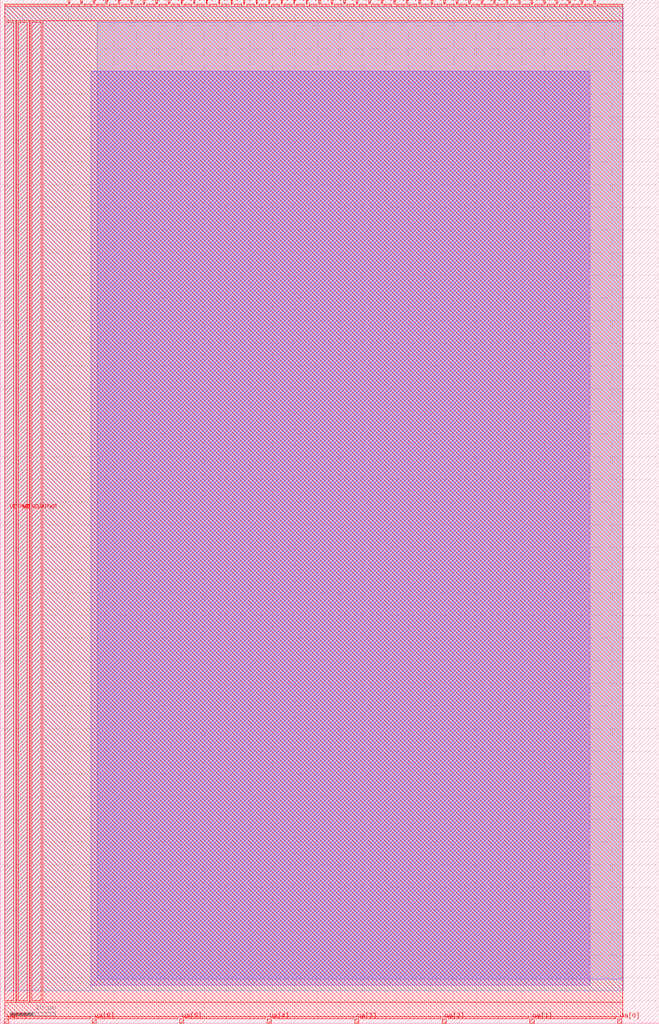
<source format=lef>
VERSION 5.7 ;
  NOWIREEXTENSIONATPIN ON ;
  DIVIDERCHAR "/" ;
  BUSBITCHARS "[]" ;
MACRO tt_um_morningjava
  CLASS BLOCK ;
  FOREIGN tt_um_morningjava ;
  ORIGIN 0.000 0.000 ;
  SIZE 145.360 BY 225.760 ;
  PIN clk
    DIRECTION INPUT ;
    USE SIGNAL ;
    ANTENNAGATEAREA 0.852000 ;
    PORT
      LAYER met4 ;
        RECT 128.190 224.760 128.490 225.760 ;
    END
  END clk
  PIN ena
    DIRECTION INPUT ;
    USE SIGNAL ;
    PORT
      LAYER met4 ;
        RECT 130.950 224.760 131.250 225.760 ;
    END
  END ena
  PIN rst_n
    DIRECTION INPUT ;
    USE SIGNAL ;
    ANTENNAGATEAREA 0.196500 ;
    PORT
      LAYER met4 ;
        RECT 125.430 224.760 125.730 225.760 ;
    END
  END rst_n
  PIN ua[0]
    DIRECTION INOUT ;
    USE SIGNAL ;
    PORT
      LAYER met4 ;
        RECT 136.170 0.000 137.070 1.000 ;
    END
  END ua[0]
  PIN ua[1]
    DIRECTION INOUT ;
    USE SIGNAL ;
    PORT
      LAYER met4 ;
        RECT 116.850 0.000 117.750 1.000 ;
    END
  END ua[1]
  PIN ua[2]
    DIRECTION INOUT ;
    USE SIGNAL ;
    PORT
      LAYER met4 ;
        RECT 97.530 0.000 98.430 1.000 ;
    END
  END ua[2]
  PIN ua[3]
    DIRECTION INOUT ;
    USE SIGNAL ;
    PORT
      LAYER met4 ;
        RECT 78.210 0.000 79.110 1.000 ;
    END
  END ua[3]
  PIN ua[4]
    DIRECTION INOUT ;
    USE SIGNAL ;
    PORT
      LAYER met4 ;
        RECT 58.890 0.000 59.790 1.000 ;
    END
  END ua[4]
  PIN ua[5]
    DIRECTION INOUT ;
    USE SIGNAL ;
    PORT
      LAYER met4 ;
        RECT 39.570 0.000 40.470 1.000 ;
    END
  END ua[5]
  PIN ua[6]
    DIRECTION INOUT ;
    USE SIGNAL ;
    PORT
      LAYER met4 ;
        RECT 20.250 0.000 21.150 1.000 ;
    END
  END ua[6]
  PIN ua[7]
    DIRECTION INOUT ;
    USE SIGNAL ;
    PORT
      LAYER met4 ;
        RECT 0.930 0.000 1.830 1.000 ;
    END
  END ua[7]
  PIN ui_in[0]
    DIRECTION INPUT ;
    USE SIGNAL ;
    ANTENNAGATEAREA 0.196500 ;
    PORT
      LAYER met4 ;
        RECT 122.670 224.760 122.970 225.760 ;
    END
  END ui_in[0]
  PIN ui_in[1]
    DIRECTION INPUT ;
    USE SIGNAL ;
    ANTENNAGATEAREA 0.196500 ;
    PORT
      LAYER met4 ;
        RECT 119.910 224.760 120.210 225.760 ;
    END
  END ui_in[1]
  PIN ui_in[2]
    DIRECTION INPUT ;
    USE SIGNAL ;
    ANTENNAGATEAREA 0.196500 ;
    PORT
      LAYER met4 ;
        RECT 117.150 224.760 117.450 225.760 ;
    END
  END ui_in[2]
  PIN ui_in[3]
    DIRECTION INPUT ;
    USE SIGNAL ;
    ANTENNAGATEAREA 0.196500 ;
    PORT
      LAYER met4 ;
        RECT 114.390 224.760 114.690 225.760 ;
    END
  END ui_in[3]
  PIN ui_in[4]
    DIRECTION INPUT ;
    USE SIGNAL ;
    ANTENNAGATEAREA 0.196500 ;
    PORT
      LAYER met4 ;
        RECT 111.630 224.760 111.930 225.760 ;
    END
  END ui_in[4]
  PIN ui_in[5]
    DIRECTION INPUT ;
    USE SIGNAL ;
    ANTENNAGATEAREA 0.196500 ;
    PORT
      LAYER met4 ;
        RECT 108.870 224.760 109.170 225.760 ;
    END
  END ui_in[5]
  PIN ui_in[6]
    DIRECTION INPUT ;
    USE SIGNAL ;
    ANTENNAGATEAREA 0.196500 ;
    PORT
      LAYER met4 ;
        RECT 106.110 224.760 106.410 225.760 ;
    END
  END ui_in[6]
  PIN ui_in[7]
    DIRECTION INPUT ;
    USE SIGNAL ;
    ANTENNAGATEAREA 0.196500 ;
    PORT
      LAYER met4 ;
        RECT 103.350 224.760 103.650 225.760 ;
    END
  END ui_in[7]
  PIN uio_in[0]
    DIRECTION INPUT ;
    USE SIGNAL ;
    ANTENNAGATEAREA 0.159000 ;
    PORT
      LAYER met4 ;
        RECT 100.590 224.760 100.890 225.760 ;
    END
  END uio_in[0]
  PIN uio_in[1]
    DIRECTION INPUT ;
    USE SIGNAL ;
    ANTENNAGATEAREA 0.126000 ;
    PORT
      LAYER met4 ;
        RECT 97.830 224.760 98.130 225.760 ;
    END
  END uio_in[1]
  PIN uio_in[2]
    DIRECTION INPUT ;
    USE SIGNAL ;
    PORT
      LAYER met4 ;
        RECT 95.070 224.760 95.370 225.760 ;
    END
  END uio_in[2]
  PIN uio_in[3]
    DIRECTION INPUT ;
    USE SIGNAL ;
    PORT
      LAYER met4 ;
        RECT 92.310 224.760 92.610 225.760 ;
    END
  END uio_in[3]
  PIN uio_in[4]
    DIRECTION INPUT ;
    USE SIGNAL ;
    PORT
      LAYER met4 ;
        RECT 89.550 224.760 89.850 225.760 ;
    END
  END uio_in[4]
  PIN uio_in[5]
    DIRECTION INPUT ;
    USE SIGNAL ;
    PORT
      LAYER met4 ;
        RECT 86.790 224.760 87.090 225.760 ;
    END
  END uio_in[5]
  PIN uio_in[6]
    DIRECTION INPUT ;
    USE SIGNAL ;
    PORT
      LAYER met4 ;
        RECT 84.030 224.760 84.330 225.760 ;
    END
  END uio_in[6]
  PIN uio_in[7]
    DIRECTION INPUT ;
    USE SIGNAL ;
    PORT
      LAYER met4 ;
        RECT 81.270 224.760 81.570 225.760 ;
    END
  END uio_in[7]
  PIN uio_oe[0]
    DIRECTION OUTPUT ;
    USE SIGNAL ;
    ANTENNAGATEAREA 1415.924927 ;
    ANTENNADIFFAREA 688.690735 ;
    PORT
      LAYER met4 ;
        RECT 34.350 224.760 34.650 225.760 ;
    END
  END uio_oe[0]
  PIN uio_oe[1]
    DIRECTION OUTPUT ;
    USE SIGNAL ;
    ANTENNAGATEAREA 1415.924927 ;
    ANTENNADIFFAREA 688.690735 ;
    PORT
      LAYER met4 ;
        RECT 31.590 224.760 31.890 225.760 ;
    END
  END uio_oe[1]
  PIN uio_oe[2]
    DIRECTION OUTPUT ;
    USE SIGNAL ;
    ANTENNAGATEAREA 1415.924927 ;
    ANTENNADIFFAREA 688.690735 ;
    PORT
      LAYER met4 ;
        RECT 28.830 224.760 29.130 225.760 ;
    END
  END uio_oe[2]
  PIN uio_oe[3]
    DIRECTION OUTPUT ;
    USE SIGNAL ;
    ANTENNAGATEAREA 1415.924927 ;
    ANTENNADIFFAREA 688.690735 ;
    PORT
      LAYER met4 ;
        RECT 26.070 224.760 26.370 225.760 ;
    END
  END uio_oe[3]
  PIN uio_oe[4]
    DIRECTION OUTPUT ;
    USE SIGNAL ;
    ANTENNAGATEAREA 1415.924927 ;
    ANTENNADIFFAREA 688.690735 ;
    PORT
      LAYER met4 ;
        RECT 23.310 224.760 23.610 225.760 ;
    END
  END uio_oe[4]
  PIN uio_oe[5]
    DIRECTION OUTPUT ;
    USE SIGNAL ;
    ANTENNAGATEAREA 1415.924927 ;
    ANTENNADIFFAREA 688.690735 ;
    PORT
      LAYER met4 ;
        RECT 20.550 224.760 20.850 225.760 ;
    END
  END uio_oe[5]
  PIN uio_oe[6]
    DIRECTION OUTPUT ;
    USE SIGNAL ;
    ANTENNAGATEAREA 1415.924927 ;
    ANTENNADIFFAREA 688.690735 ;
    PORT
      LAYER met4 ;
        RECT 17.790 224.760 18.090 225.760 ;
    END
  END uio_oe[6]
  PIN uio_oe[7]
    DIRECTION OUTPUT ;
    USE SIGNAL ;
    ANTENNAGATEAREA 1415.924927 ;
    ANTENNADIFFAREA 688.690735 ;
    PORT
      LAYER met4 ;
        RECT 15.030 224.760 15.330 225.760 ;
    END
  END uio_oe[7]
  PIN uio_out[0]
    DIRECTION OUTPUT ;
    USE SIGNAL ;
    ANTENNAGATEAREA 1415.924927 ;
    ANTENNADIFFAREA 688.690735 ;
    PORT
      LAYER met4 ;
        RECT 56.430 224.760 56.730 225.760 ;
    END
  END uio_out[0]
  PIN uio_out[1]
    DIRECTION OUTPUT ;
    USE SIGNAL ;
    ANTENNAGATEAREA 1415.924927 ;
    ANTENNADIFFAREA 688.690735 ;
    PORT
      LAYER met4 ;
        RECT 53.670 224.760 53.970 225.760 ;
    END
  END uio_out[1]
  PIN uio_out[2]
    DIRECTION OUTPUT ;
    USE SIGNAL ;
    ANTENNAGATEAREA 1415.924927 ;
    ANTENNADIFFAREA 688.690735 ;
    PORT
      LAYER met4 ;
        RECT 50.910 224.760 51.210 225.760 ;
    END
  END uio_out[2]
  PIN uio_out[3]
    DIRECTION OUTPUT ;
    USE SIGNAL ;
    ANTENNAGATEAREA 1415.924927 ;
    ANTENNADIFFAREA 688.690735 ;
    PORT
      LAYER met4 ;
        RECT 48.150 224.760 48.450 225.760 ;
    END
  END uio_out[3]
  PIN uio_out[4]
    DIRECTION OUTPUT ;
    USE SIGNAL ;
    ANTENNAGATEAREA 1415.924927 ;
    ANTENNADIFFAREA 688.690735 ;
    PORT
      LAYER met4 ;
        RECT 45.390 224.760 45.690 225.760 ;
    END
  END uio_out[4]
  PIN uio_out[5]
    DIRECTION OUTPUT ;
    USE SIGNAL ;
    ANTENNAGATEAREA 1415.924927 ;
    ANTENNADIFFAREA 688.690735 ;
    PORT
      LAYER met4 ;
        RECT 42.630 224.760 42.930 225.760 ;
    END
  END uio_out[5]
  PIN uio_out[6]
    DIRECTION OUTPUT ;
    USE SIGNAL ;
    ANTENNAGATEAREA 1415.924927 ;
    ANTENNADIFFAREA 688.690735 ;
    PORT
      LAYER met4 ;
        RECT 39.870 224.760 40.170 225.760 ;
    END
  END uio_out[6]
  PIN uio_out[7]
    DIRECTION OUTPUT ;
    USE SIGNAL ;
    ANTENNAGATEAREA 1415.924927 ;
    ANTENNADIFFAREA 688.690735 ;
    PORT
      LAYER met4 ;
        RECT 37.110 224.760 37.410 225.760 ;
    END
  END uio_out[7]
  PIN uo_out[0]
    DIRECTION OUTPUT ;
    USE SIGNAL ;
    ANTENNAGATEAREA 0.247500 ;
    ANTENNADIFFAREA 0.445500 ;
    PORT
      LAYER met4 ;
        RECT 78.510 224.760 78.810 225.760 ;
    END
  END uo_out[0]
  PIN uo_out[1]
    DIRECTION OUTPUT ;
    USE SIGNAL ;
    ANTENNAGATEAREA 1415.924927 ;
    ANTENNADIFFAREA 688.690735 ;
    PORT
      LAYER met4 ;
        RECT 75.750 224.760 76.050 225.760 ;
    END
  END uo_out[1]
  PIN uo_out[2]
    DIRECTION OUTPUT ;
    USE SIGNAL ;
    ANTENNAGATEAREA 1415.924927 ;
    ANTENNADIFFAREA 688.690735 ;
    PORT
      LAYER met4 ;
        RECT 72.990 224.760 73.290 225.760 ;
    END
  END uo_out[2]
  PIN uo_out[3]
    DIRECTION OUTPUT ;
    USE SIGNAL ;
    ANTENNAGATEAREA 1415.924927 ;
    ANTENNADIFFAREA 688.690735 ;
    PORT
      LAYER met4 ;
        RECT 70.230 224.760 70.530 225.760 ;
    END
  END uo_out[3]
  PIN uo_out[4]
    DIRECTION OUTPUT ;
    USE SIGNAL ;
    ANTENNAGATEAREA 1415.924927 ;
    ANTENNADIFFAREA 688.690735 ;
    PORT
      LAYER met4 ;
        RECT 67.470 224.760 67.770 225.760 ;
    END
  END uo_out[4]
  PIN uo_out[5]
    DIRECTION OUTPUT ;
    USE SIGNAL ;
    ANTENNAGATEAREA 1415.924927 ;
    ANTENNADIFFAREA 688.690735 ;
    PORT
      LAYER met4 ;
        RECT 64.710 224.760 65.010 225.760 ;
    END
  END uo_out[5]
  PIN uo_out[6]
    DIRECTION OUTPUT ;
    USE SIGNAL ;
    ANTENNAGATEAREA 1415.924927 ;
    ANTENNADIFFAREA 688.690735 ;
    PORT
      LAYER met4 ;
        RECT 61.950 224.760 62.250 225.760 ;
    END
  END uo_out[6]
  PIN uo_out[7]
    DIRECTION OUTPUT ;
    USE SIGNAL ;
    ANTENNAGATEAREA 1415.924927 ;
    ANTENNADIFFAREA 688.690735 ;
    PORT
      LAYER met4 ;
        RECT 59.190 224.760 59.490 225.760 ;
    END
  END uo_out[7]
  PIN VDPWR
    DIRECTION INOUT ;
    USE POWER ;
    PORT
      LAYER met4 ;
        RECT 1.000 5.000 3.000 220.760 ;
    END
  END VDPWR
  PIN VGND
    DIRECTION INOUT ;
    USE GROUND ;
    PORT
      LAYER met4 ;
        RECT 4.000 5.000 6.000 220.760 ;
    END
  END VGND
  PIN VAPWR
    DIRECTION INOUT ;
    USE POWER ;
    PORT
      LAYER met4 ;
        RECT 7.000 5.000 9.000 220.760 ;
    END
  END VAPWR
  OBS
      LAYER li1 ;
        RECT 19.925 8.340 129.830 209.865 ;
      LAYER met1 ;
        RECT 19.925 8.340 130.150 210.020 ;
      LAYER met2 ;
        RECT 21.395 9.725 137.390 220.805 ;
      LAYER met3 ;
        RECT 0.960 7.215 137.370 224.000 ;
      LAYER met4 ;
        RECT 0.985 224.360 14.630 224.760 ;
        RECT 15.730 224.360 17.390 224.760 ;
        RECT 18.490 224.360 20.150 224.760 ;
        RECT 21.250 224.360 22.910 224.760 ;
        RECT 24.010 224.360 25.670 224.760 ;
        RECT 26.770 224.360 28.430 224.760 ;
        RECT 29.530 224.360 31.190 224.760 ;
        RECT 32.290 224.360 33.950 224.760 ;
        RECT 35.050 224.360 36.710 224.760 ;
        RECT 37.810 224.360 39.470 224.760 ;
        RECT 40.570 224.360 42.230 224.760 ;
        RECT 43.330 224.360 44.990 224.760 ;
        RECT 46.090 224.360 47.750 224.760 ;
        RECT 48.850 224.360 50.510 224.760 ;
        RECT 51.610 224.360 53.270 224.760 ;
        RECT 54.370 224.360 56.030 224.760 ;
        RECT 57.130 224.360 58.790 224.760 ;
        RECT 59.890 224.360 61.550 224.760 ;
        RECT 62.650 224.360 64.310 224.760 ;
        RECT 65.410 224.360 67.070 224.760 ;
        RECT 68.170 224.360 69.830 224.760 ;
        RECT 70.930 224.360 72.590 224.760 ;
        RECT 73.690 224.360 75.350 224.760 ;
        RECT 76.450 224.360 78.110 224.760 ;
        RECT 79.210 224.360 80.870 224.760 ;
        RECT 81.970 224.360 83.630 224.760 ;
        RECT 84.730 224.360 86.390 224.760 ;
        RECT 87.490 224.360 89.150 224.760 ;
        RECT 90.250 224.360 91.910 224.760 ;
        RECT 93.010 224.360 94.670 224.760 ;
        RECT 95.770 224.360 97.430 224.760 ;
        RECT 98.530 224.360 100.190 224.760 ;
        RECT 101.290 224.360 102.950 224.760 ;
        RECT 104.050 224.360 105.710 224.760 ;
        RECT 106.810 224.360 108.470 224.760 ;
        RECT 109.570 224.360 111.230 224.760 ;
        RECT 112.330 224.360 113.990 224.760 ;
        RECT 115.090 224.360 116.750 224.760 ;
        RECT 117.850 224.360 119.510 224.760 ;
        RECT 120.610 224.360 122.270 224.760 ;
        RECT 123.370 224.360 125.030 224.760 ;
        RECT 126.130 224.360 127.790 224.760 ;
        RECT 128.890 224.360 130.550 224.760 ;
        RECT 131.650 224.360 137.350 224.760 ;
        RECT 0.985 221.160 137.350 224.360 ;
        RECT 3.400 4.600 3.600 221.160 ;
        RECT 6.400 4.600 6.600 221.160 ;
        RECT 9.400 4.600 137.350 221.160 ;
        RECT 0.985 1.400 137.350 4.600 ;
        RECT 2.230 1.000 19.850 1.400 ;
        RECT 21.550 1.000 39.170 1.400 ;
        RECT 40.870 1.000 58.490 1.400 ;
        RECT 60.190 1.000 77.810 1.400 ;
        RECT 79.510 1.000 97.130 1.400 ;
        RECT 98.830 1.000 116.450 1.400 ;
        RECT 118.150 1.000 135.770 1.400 ;
  END
END tt_um_morningjava
END LIBRARY


</source>
